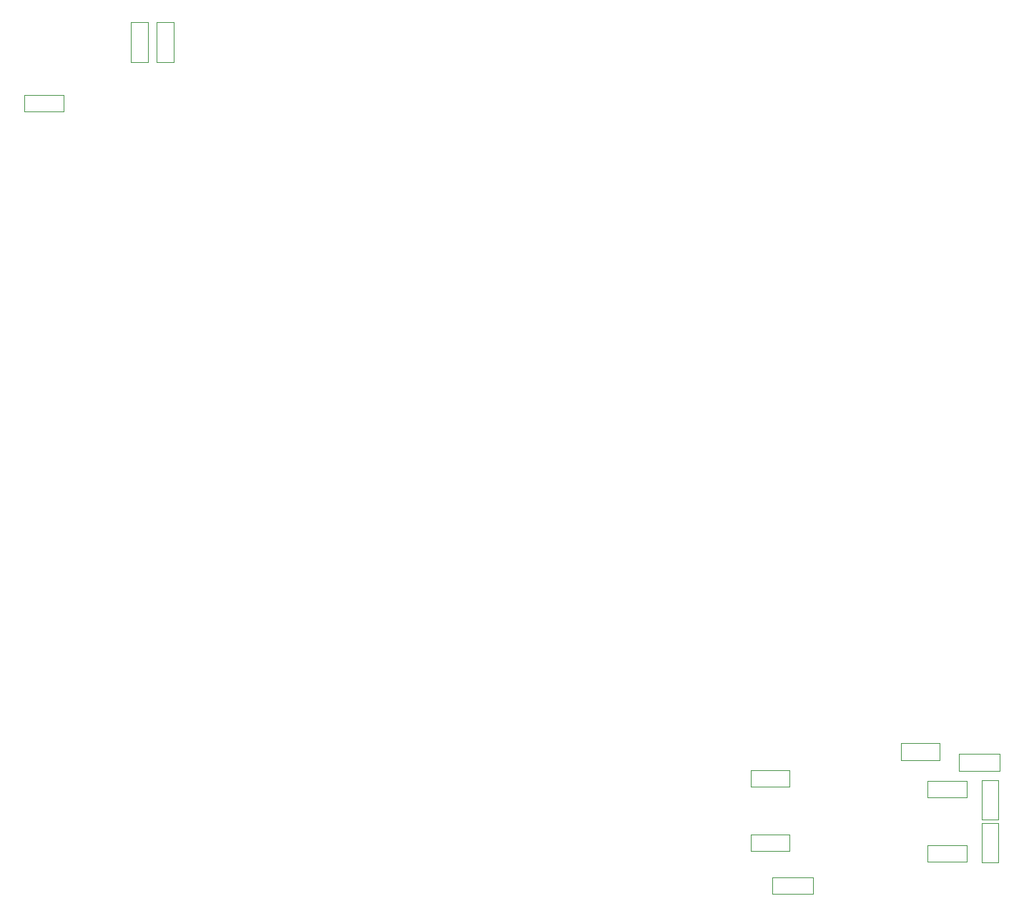
<source format=gbr>
G04 #@! TF.FileFunction,Other,User*
%FSLAX46Y46*%
G04 Gerber Fmt 4.6, Leading zero omitted, Abs format (unit mm)*
G04 Created by KiCad (PCBNEW 4.0.1-stable) date 2/13/2016 10:11:50 PM*
%MOMM*%
G01*
G04 APERTURE LIST*
%ADD10C,0.100000*%
%ADD11C,0.050000*%
G04 APERTURE END LIST*
D10*
D11*
X108823000Y-94629000D02*
X108823000Y-90029000D01*
X106823000Y-94629000D02*
X106823000Y-90029000D01*
X108823000Y-94629000D02*
X106823000Y-94629000D01*
X108823000Y-90029000D02*
X106823000Y-90029000D01*
X106823000Y-95109000D02*
X106823000Y-99709000D01*
X108823000Y-95109000D02*
X108823000Y-99709000D01*
X106823000Y-95109000D02*
X108823000Y-95109000D01*
X106823000Y-99709000D02*
X108823000Y-99709000D01*
X97268000Y-87614000D02*
X101868000Y-87614000D01*
X97268000Y-85614000D02*
X101868000Y-85614000D01*
X97268000Y-87614000D02*
X97268000Y-85614000D01*
X101868000Y-87614000D02*
X101868000Y-85614000D01*
X79488000Y-98409000D02*
X84088000Y-98409000D01*
X79488000Y-96409000D02*
X84088000Y-96409000D01*
X79488000Y-98409000D02*
X79488000Y-96409000D01*
X84088000Y-98409000D02*
X84088000Y-96409000D01*
X84088000Y-88789000D02*
X79488000Y-88789000D01*
X84088000Y-90789000D02*
X79488000Y-90789000D01*
X84088000Y-88789000D02*
X84088000Y-90789000D01*
X79488000Y-88789000D02*
X79488000Y-90789000D01*
X100443000Y-99679000D02*
X105043000Y-99679000D01*
X100443000Y-97679000D02*
X105043000Y-97679000D01*
X100443000Y-99679000D02*
X100443000Y-97679000D01*
X105043000Y-99679000D02*
X105043000Y-97679000D01*
X100443000Y-92059000D02*
X105043000Y-92059000D01*
X100443000Y-90059000D02*
X105043000Y-90059000D01*
X100443000Y-92059000D02*
X100443000Y-90059000D01*
X105043000Y-92059000D02*
X105043000Y-90059000D01*
X-6491000Y-10779000D02*
X-1891000Y-10779000D01*
X-6491000Y-8779000D02*
X-1891000Y-8779000D01*
X-6491000Y-10779000D02*
X-6491000Y-8779000D01*
X-1891000Y-10779000D02*
X-1891000Y-8779000D01*
X6112000Y-140000D02*
X6112000Y-4940000D01*
X8112000Y-140000D02*
X8112000Y-4940000D01*
X6112000Y-140000D02*
X8112000Y-140000D01*
X6112000Y-4940000D02*
X8112000Y-4940000D01*
X11160000Y-4940000D02*
X11160000Y-140000D01*
X9160000Y-4940000D02*
X9160000Y-140000D01*
X11160000Y-4940000D02*
X9160000Y-4940000D01*
X11160000Y-140000D02*
X9160000Y-140000D01*
X86855000Y-101489000D02*
X82055000Y-101489000D01*
X86855000Y-103489000D02*
X82055000Y-103489000D01*
X86855000Y-101489000D02*
X86855000Y-103489000D01*
X82055000Y-101489000D02*
X82055000Y-103489000D01*
X104153000Y-88884000D02*
X108953000Y-88884000D01*
X104153000Y-86884000D02*
X108953000Y-86884000D01*
X104153000Y-88884000D02*
X104153000Y-86884000D01*
X108953000Y-88884000D02*
X108953000Y-86884000D01*
M02*

</source>
